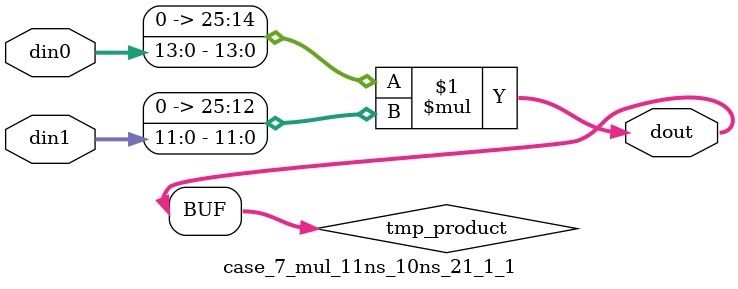
<source format=v>

`timescale 1 ns / 1 ps

 (* use_dsp = "no" *)  module case_7_mul_11ns_10ns_21_1_1(din0, din1, dout);
parameter ID = 1;
parameter NUM_STAGE = 0;
parameter din0_WIDTH = 14;
parameter din1_WIDTH = 12;
parameter dout_WIDTH = 26;

input [din0_WIDTH - 1 : 0] din0; 
input [din1_WIDTH - 1 : 0] din1; 
output [dout_WIDTH - 1 : 0] dout;

wire signed [dout_WIDTH - 1 : 0] tmp_product;
























assign tmp_product = $signed({1'b0, din0}) * $signed({1'b0, din1});











assign dout = tmp_product;





















endmodule

</source>
